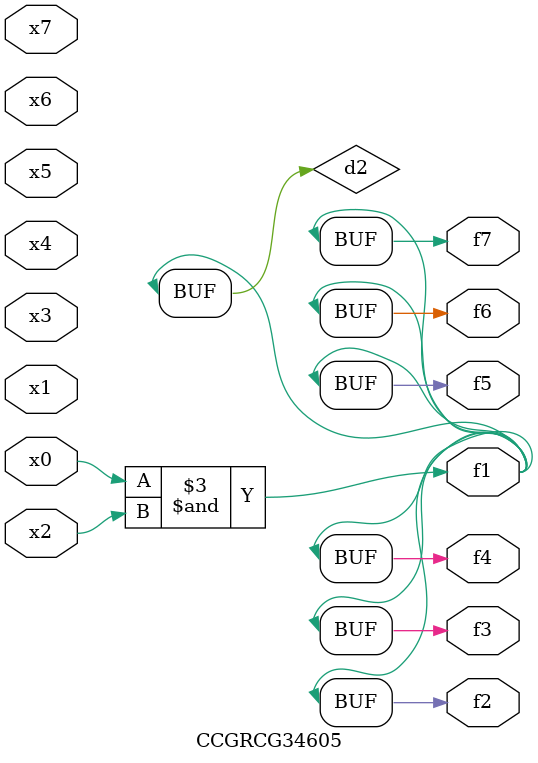
<source format=v>
module CCGRCG34605(
	input x0, x1, x2, x3, x4, x5, x6, x7,
	output f1, f2, f3, f4, f5, f6, f7
);

	wire d1, d2;

	nor (d1, x3, x6);
	and (d2, x0, x2);
	assign f1 = d2;
	assign f2 = d2;
	assign f3 = d2;
	assign f4 = d2;
	assign f5 = d2;
	assign f6 = d2;
	assign f7 = d2;
endmodule

</source>
